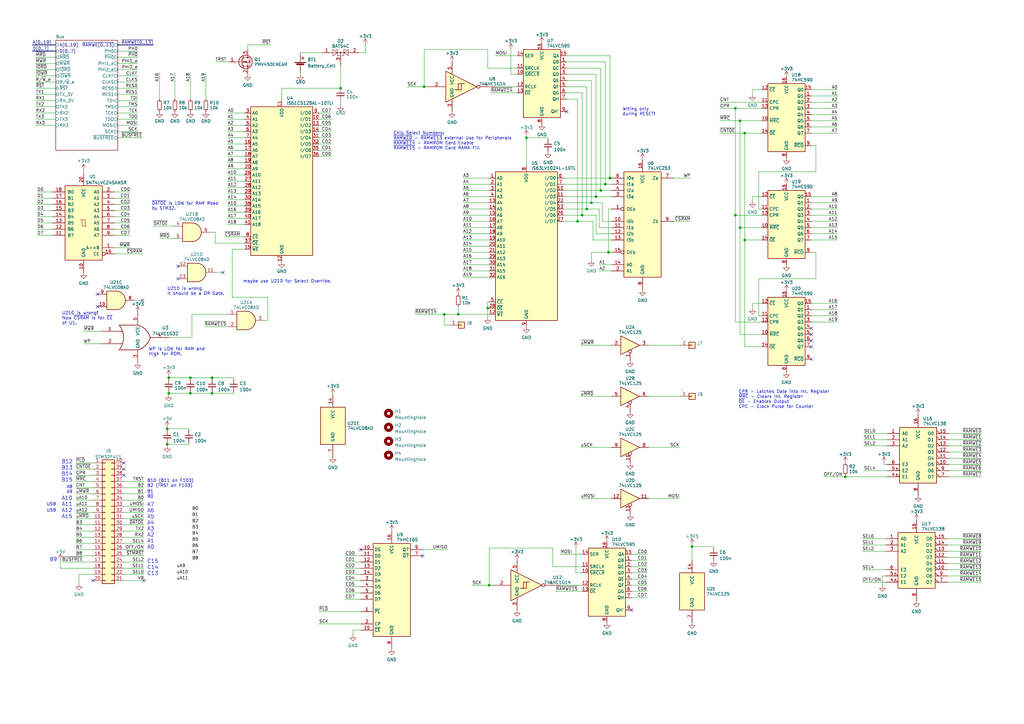
<source format=kicad_sch>
(kicad_sch (version 20230121) (generator eeschema)
  (paper "A3")
  (title_block (title "Unicomp v2 - RAMROM Board") (date "2023-07-06") (rev "v1.3") (company "100% Offner") (comment 1 "v1: Initial") (comment 2 "v1.1: ~{uMWR} from A12 to A9 of STM32 bec. USB") (comment 3 "v1.2: WP doesnt work, changed to OR-Gate U3.") (comment 4 "v1.3: U21C wrong, ~{CSRAM} directly to U1"))
  (junction (at 78.105 154.94))
  (junction (at 303.53 49.53))
  (junction (at 250.19 73.025))
  (junction (at 301.625 44.45))
  (junction (at 86.995 161.29))
  (junction (at 215.9 56.515))
  (junction (at 283.845 224.155))
  (junction (at 301.625 88.265))
  (junction (at 303.53 93.345))
  (junction (at 248.285 75.565))
  (junction (at 249.555 103.505))
  (junction (at 305.435 54.61))
  (junction (at 246.38 78.105))
  (junction (at 69.215 161.29))
  (junction (at 182.245 128.905))
  (junction (at 240.665 85.725))
  (junction (at 238.76 88.265))
  (junction (at 68.58 175.895))
  (junction (at 242.57 83.185))
  (junction (at 86.995 154.94))
  (junction (at 200.025 126.365))
  (junction (at 139.7 36.195))
  (junction (at 78.105 161.29))
  (junction (at 236.855 90.805))
  (junction (at 305.435 98.425))
  (junction (at 244.475 80.645))
  (junction (at 346.71 195.58))
  (junction (at 68.58 182.245))
  (junction (at 69.215 154.94))
  (junction (at 200.66 240.03))
  (junction (at 173.99 35.56))
  (junction (at 187.96 128.905))
  (no_connect (at 50.8 192.405))
  (no_connect (at 50.8 194.945))
  (no_connect (at 332.74 147.32))
  (no_connect (at 332.74 134.62))
  (no_connect (at 147.955 225.425))
  (no_connect (at 332.74 137.16))
  (no_connect (at 73.025 109.22))
  (no_connect (at 173.355 227.965))
  (no_connect (at 332.74 142.24))
  (no_connect (at 332.74 139.7))
  (no_connect (at 259.08 250.19))
  (no_connect (at 40.005 120.65))
  (no_connect (at 50.8 189.865))
  (no_connect (at 91.44 111.76))
  (no_connect (at 73.025 114.3))
  (no_connect (at 40.005 125.73))
  (no_connect (at 58.42 123.19))
  (no_connect (at 38.1 238.125))
  (no_connect (at 232.41 45.72))
  (no_connect (at 59.055 238.125))
  (wire (pts (xy 209.55 20.32) (xy 209.55 30.48)))
  (wire (pts (xy 92.075 97.155) (xy 100.33 97.155)))
  (wire (pts (xy 231.14 73.025) (xy 250.19 73.025)))
  (wire (pts (xy 69.215 138.43) (xy 78.74 138.43)))
  (wire (pts (xy 149.86 18.415) (xy 149.86 21.59)))
  (wire (pts (xy 95.885 154.94) (xy 95.885 155.575)))
  (wire (pts (xy 15.24 83.82) (xy 21.59 83.82)))
  (wire (pts (xy 147.955 245.745) (xy 141.605 245.745)))
  (wire (pts (xy 77.47 175.895) (xy 77.47 176.53)))
  (wire (pts (xy 88.265 95.25) (xy 88.265 99.695)))
  (wire (pts (xy 14.605 31.115) (xy 22.86 31.115)))
  (wire (pts (xy 147.955 233.045) (xy 141.605 233.045)))
  (wire (pts (xy 362.585 189.865) (xy 362.585 190.5)))
  (wire (pts (xy 389.255 185.42) (xy 402.59 185.42)))
  (wire (pts (xy 48.26 43.815) (xy 56.515 43.815)))
  (bus (pts (xy 48.26 18.415) (xy 62.865 18.415)))
  (wire (pts (xy 130.81 48.895) (xy 135.89 48.895)))
  (wire (pts (xy 93.345 81.915) (xy 100.33 81.915)))
  (wire (pts (xy 144.78 258.445) (xy 144.78 260.35)))
  (wire (pts (xy 311.15 70.485) (xy 311.15 85.725)))
  (wire (pts (xy 389.255 195.58) (xy 402.59 195.58)))
  (wire (pts (xy 31.115 225.425) (xy 38.1 225.425)))
  (wire (pts (xy 189.865 78.105) (xy 200.66 78.105)))
  (wire (pts (xy 93.345 51.435) (xy 100.33 51.435)))
  (wire (pts (xy 215.9 56.515) (xy 215.9 67.945)))
  (wire (pts (xy 231.14 83.185) (xy 242.57 83.185)))
  (wire (pts (xy 15.24 88.9) (xy 21.59 88.9)))
  (wire (pts (xy 69.215 161.29) (xy 69.215 160.655)))
  (wire (pts (xy 182.245 128.905) (xy 187.96 128.905)))
  (wire (pts (xy 250.825 93.345) (xy 245.745 93.345)))
  (wire (pts (xy 353.695 238.76) (xy 363.22 238.76)))
  (wire (pts (xy 276.225 90.805) (xy 283.21 90.805)))
  (wire (pts (xy 244.475 88.265) (xy 244.475 95.885)))
  (wire (pts (xy 31.115 227.965) (xy 38.1 227.965)))
  (wire (pts (xy 139.7 41.275) (xy 139.7 43.18)))
  (wire (pts (xy 250.825 90.805) (xy 247.015 90.805)))
  (wire (pts (xy 334.645 59.69) (xy 334.645 70.485)))
  (wire (pts (xy 115.57 36.195) (xy 139.7 36.195)))
  (wire (pts (xy 65.405 97.79) (xy 71.12 97.79)))
  (wire (pts (xy 332.74 46.99) (xy 343.535 46.99)))
  (wire (pts (xy 189.865 73.025) (xy 200.66 73.025)))
  (wire (pts (xy 303.53 93.345) (xy 312.42 93.345)))
  (wire (pts (xy 93.345 71.755) (xy 100.33 71.755)))
  (wire (pts (xy 250.825 85.725) (xy 249.555 85.725)))
  (wire (pts (xy 71.755 29.845) (xy 71.755 40.64)))
  (wire (pts (xy 46.99 86.36) (xy 53.34 86.36)))
  (wire (pts (xy 308.61 124.46) (xy 312.42 124.46)))
  (wire (pts (xy 250.19 22.86) (xy 250.19 73.025)))
  (wire (pts (xy 95.25 102.235) (xy 95.25 121.92)))
  (wire (pts (xy 229.87 227.33) (xy 238.76 227.33)))
  (wire (pts (xy 295.275 54.61) (xy 305.435 54.61)))
  (wire (pts (xy 46.99 104.14) (xy 58.42 104.14)))
  (wire (pts (xy 50.8 230.505) (xy 59.055 230.505)))
  (wire (pts (xy 389.255 187.96) (xy 402.59 187.96)))
  (wire (pts (xy 48.26 36.195) (xy 56.515 36.195)))
  (wire (pts (xy 68.58 182.88) (xy 68.58 182.245)))
  (wire (pts (xy 388.62 231.14) (xy 402.59 231.14)))
  (wire (pts (xy 201.93 240.03) (xy 200.66 240.03)))
  (wire (pts (xy 68.58 182.245) (xy 77.47 182.245)))
  (wire (pts (xy 32.385 235.585) (xy 32.385 239.395)))
  (wire (pts (xy 246.38 78.105) (xy 250.825 78.105)))
  (wire (pts (xy 147.955 235.585) (xy 141.605 235.585)))
  (wire (pts (xy 232.41 35.56) (xy 240.665 35.56)))
  (wire (pts (xy 93.345 86.995) (xy 100.33 86.995)))
  (wire (pts (xy 55.245 123.19) (xy 58.42 123.19)))
  (wire (pts (xy 46.99 96.52) (xy 53.34 96.52)))
  (wire (pts (xy 231.14 75.565) (xy 248.285 75.565)))
  (wire (pts (xy 31.115 220.345) (xy 38.1 220.345)))
  (wire (pts (xy 311.15 129.54) (xy 312.42 129.54)))
  (wire (pts (xy 69.215 154.94) (xy 78.105 154.94)))
  (wire (pts (xy 173.99 20.32) (xy 173.99 35.56)))
  (wire (pts (xy 46.99 83.82) (xy 53.34 83.82)))
  (wire (pts (xy 48.26 20.955) (xy 56.515 20.955)))
  (wire (pts (xy 78.74 128.905) (xy 93.345 128.905)))
  (wire (pts (xy 332.74 85.725) (xy 343.535 85.725)))
  (wire (pts (xy 201.295 38.1) (xy 212.09 38.1)))
  (wire (pts (xy 250.825 98.425) (xy 243.205 98.425)))
  (wire (pts (xy 48.26 28.575) (xy 56.515 28.575)))
  (wire (pts (xy 250.19 73.025) (xy 250.825 73.025)))
  (wire (pts (xy 231.14 78.105) (xy 246.38 78.105)))
  (wire (pts (xy 238.76 88.265) (xy 244.475 88.265)))
  (wire (pts (xy 93.345 69.215) (xy 100.33 69.215)))
  (wire (pts (xy 147.955 240.665) (xy 141.605 240.665)))
  (wire (pts (xy 248.285 75.565) (xy 250.825 75.565)))
  (wire (pts (xy 308.61 36.83) (xy 312.42 36.83)))
  (wire (pts (xy 301.625 44.45) (xy 312.42 44.45)))
  (wire (pts (xy 115.57 41.275) (xy 115.57 36.195)))
  (wire (pts (xy 311.15 85.725) (xy 312.42 85.725)))
  (wire (pts (xy 14.605 46.355) (xy 22.86 46.355)))
  (wire (pts (xy 189.865 75.565) (xy 200.66 75.565)))
  (wire (pts (xy 69.215 161.29) (xy 78.105 161.29)))
  (wire (pts (xy 353.695 226.06) (xy 363.22 226.06)))
  (wire (pts (xy 259.08 234.95) (xy 265.43 234.95)))
  (wire (pts (xy 50.8 212.725) (xy 59.055 212.725)))
  (wire (pts (xy 200.025 20.32) (xy 173.99 20.32)))
  (wire (pts (xy 332.74 41.91) (xy 343.535 41.91)))
  (wire (pts (xy 31.115 207.645) (xy 38.1 207.645)))
  (wire (pts (xy 388.62 220.98) (xy 402.59 220.98)))
  (wire (pts (xy 50.8 217.805) (xy 59.055 217.805)))
  (wire (pts (xy 48.26 51.435) (xy 56.515 51.435)))
  (wire (pts (xy 109.855 121.92) (xy 109.855 131.445)))
  (wire (pts (xy 308.61 80.645) (xy 312.42 80.645)))
  (wire (pts (xy 259.08 237.49) (xy 265.43 237.49)))
  (wire (pts (xy 50.8 205.105) (xy 59.055 205.105)))
  (wire (pts (xy 189.865 83.185) (xy 200.66 83.185)))
  (wire (pts (xy 31.115 200.025) (xy 38.1 200.025)))
  (wire (pts (xy 193.675 240.03) (xy 200.66 240.03)))
  (wire (pts (xy 295.275 41.91) (xy 312.42 41.91)))
  (wire (pts (xy 303.53 49.53) (xy 312.42 49.53)))
  (wire (pts (xy 86.995 154.94) (xy 86.995 155.575)))
  (wire (pts (xy 123.19 21.59) (xy 132.08 21.59)))
  (wire (pts (xy 231.14 88.265) (xy 238.76 88.265)))
  (wire (pts (xy 130.81 46.355) (xy 135.89 46.355)))
  (wire (pts (xy 361.95 236.22) (xy 361.95 240.03)))
  (wire (pts (xy 46.99 81.28) (xy 53.34 81.28)))
  (wire (pts (xy 88.265 111.76) (xy 91.44 111.76)))
  (wire (pts (xy 332.74 129.54) (xy 343.535 129.54)))
  (wire (pts (xy 229.87 240.03) (xy 238.76 240.03)))
  (wire (pts (xy 14.605 41.275) (xy 22.86 41.275)))
  (wire (pts (xy 69.215 154.305) (xy 69.215 154.94)))
  (wire (pts (xy 295.275 49.53) (xy 303.53 49.53)))
  (wire (pts (xy 130.81 64.135) (xy 135.89 64.135)))
  (wire (pts (xy 15.24 96.52) (xy 21.59 96.52)))
  (wire (pts (xy 236.855 90.805) (xy 243.205 90.805)))
  (wire (pts (xy 101.6 20.32) (xy 101.6 18.415)))
  (wire (pts (xy 101.6 18.415) (xy 111.125 18.415)))
  (wire (pts (xy 303.53 93.345) (xy 303.53 137.16)))
  (wire (pts (xy 189.865 88.265) (xy 200.66 88.265)))
  (wire (pts (xy 50.8 200.025) (xy 59.055 200.025)))
  (wire (pts (xy 50.8 207.645) (xy 59.055 207.645)))
  (wire (pts (xy 189.865 100.965) (xy 200.66 100.965)))
  (wire (pts (xy 301.625 132.08) (xy 312.42 132.08)))
  (wire (pts (xy 14.605 51.435) (xy 22.86 51.435)))
  (wire (pts (xy 388.62 228.6) (xy 402.59 228.6)))
  (wire (pts (xy 65.405 29.845) (xy 65.405 40.64)))
  (wire (pts (xy 301.625 88.265) (xy 301.625 132.08)))
  (wire (pts (xy 353.695 220.98) (xy 363.22 220.98)))
  (wire (pts (xy 189.865 95.885) (xy 200.66 95.885)))
  (wire (pts (xy 130.81 61.595) (xy 135.89 61.595)))
  (wire (pts (xy 68.58 175.26) (xy 68.58 175.895)))
  (wire (pts (xy 200.66 224.79) (xy 200.66 240.03)))
  (wire (pts (xy 353.695 223.52) (xy 363.22 223.52)))
  (wire (pts (xy 50.8 238.125) (xy 59.055 238.125)))
  (wire (pts (xy 130.81 53.975) (xy 135.89 53.975)))
  (wire (pts (xy 238.76 38.1) (xy 238.76 88.265)))
  (wire (pts (xy 86.995 160.655) (xy 86.995 161.29)))
  (wire (pts (xy 84.455 29.845) (xy 84.455 40.64)))
  (wire (pts (xy 130.81 56.515) (xy 135.89 56.515)))
  (wire (pts (xy 332.74 127) (xy 343.535 127)))
  (wire (pts (xy 245.745 93.345) (xy 245.745 85.725)))
  (wire (pts (xy 215.9 55.88) (xy 215.9 56.515)))
  (wire (pts (xy 93.345 66.675) (xy 100.33 66.675)))
  (wire (pts (xy 189.865 113.665) (xy 200.66 113.665)))
  (wire (pts (xy 249.555 85.725) (xy 249.555 103.505)))
  (wire (pts (xy 130.81 255.905) (xy 147.955 255.905)))
  (wire (pts (xy 93.345 46.355) (xy 100.33 46.355)))
  (wire (pts (xy 332.74 93.345) (xy 343.535 93.345)))
  (wire (pts (xy 189.865 111.125) (xy 200.66 111.125)))
  (wire (pts (xy 305.435 54.61) (xy 305.435 98.425)))
  (wire (pts (xy 31.115 210.185) (xy 38.1 210.185)))
  (wire (pts (xy 189.865 98.425) (xy 200.66 98.425)))
  (wire (pts (xy 14.605 33.655) (xy 22.86 33.655)))
  (wire (pts (xy 130.81 51.435) (xy 135.89 51.435)))
  (wire (pts (xy 31.115 194.945) (xy 38.1 194.945)))
  (wire (pts (xy 250.825 183.515) (xy 238.125 183.515)))
  (wire (pts (xy 83.82 133.985) (xy 93.345 133.985)))
  (wire (pts (xy 48.26 26.035) (xy 56.515 26.035)))
  (wire (pts (xy 243.205 98.425) (xy 243.205 90.805)))
  (wire (pts (xy 50.8 227.965) (xy 59.055 227.965)))
  (wire (pts (xy 78.105 160.655) (xy 78.105 161.29)))
  (wire (pts (xy 266.065 204.47) (xy 278.765 204.47)))
  (wire (pts (xy 175.26 35.56) (xy 173.99 35.56)))
  (wire (pts (xy 354.33 182.88) (xy 363.855 182.88)))
  (bus (pts (xy 22.86 18.415) (xy 13.335 18.415)))
  (wire (pts (xy 31.115 212.725) (xy 38.1 212.725)))
  (wire (pts (xy 93.345 79.375) (xy 100.33 79.375)))
  (wire (pts (xy 50.8 202.565) (xy 59.055 202.565)))
  (wire (pts (xy 31.115 202.565) (xy 38.1 202.565)))
  (wire (pts (xy 200.025 126.365) (xy 200.025 130.175)))
  (wire (pts (xy 332.74 36.83) (xy 343.535 36.83)))
  (wire (pts (xy 31.115 215.265) (xy 38.1 215.265)))
  (wire (pts (xy 15.24 93.98) (xy 21.59 93.98)))
  (wire (pts (xy 248.285 25.4) (xy 248.285 75.565)))
  (wire (pts (xy 78.105 154.94) (xy 78.105 155.575)))
  (wire (pts (xy 332.74 88.265) (xy 343.535 88.265)))
  (wire (pts (xy 31.115 217.805) (xy 38.1 217.805)))
  (wire (pts (xy 242.57 83.185) (xy 247.015 83.185)))
  (wire (pts (xy 24.765 229.87) (xy 24.765 233.045)))
  (wire (pts (xy 295.275 44.45) (xy 301.625 44.45)))
  (wire (pts (xy 232.41 40.64) (xy 236.855 40.64)))
  (wire (pts (xy 93.345 74.295) (xy 100.33 74.295)))
  (wire (pts (xy 50.8 222.885) (xy 59.055 222.885)))
  (wire (pts (xy 332.74 95.885) (xy 343.535 95.885)))
  (wire (pts (xy 236.855 40.64) (xy 236.855 90.805)))
  (wire (pts (xy 25.4 230.505) (xy 38.1 230.505)))
  (wire (pts (xy 189.865 93.345) (xy 200.66 93.345)))
  (wire (pts (xy 69.215 161.925) (xy 69.215 161.29)))
  (wire (pts (xy 15.24 81.28) (xy 21.59 81.28)))
  (wire (pts (xy 48.26 48.895) (xy 56.515 48.895)))
  (wire (pts (xy 93.345 56.515) (xy 100.33 56.515)))
  (wire (pts (xy 34.29 135.89) (xy 41.275 135.89)))
  (wire (pts (xy 31.115 189.865) (xy 38.1 189.865)))
  (wire (pts (xy 226.695 224.79) (xy 226.695 232.41)))
  (wire (pts (xy 334.645 103.505) (xy 334.645 114.3)))
  (wire (pts (xy 15.24 78.74) (xy 21.59 78.74)))
  (wire (pts (xy 48.26 33.655) (xy 56.515 33.655)))
  (wire (pts (xy 123.19 30.48) (xy 123.19 29.845)))
  (wire (pts (xy 388.62 223.52) (xy 402.59 223.52)))
  (wire (pts (xy 31.115 197.485) (xy 38.1 197.485)))
  (wire (pts (xy 232.41 38.1) (xy 238.76 38.1)))
  (wire (pts (xy 236.22 234.95) (xy 238.76 234.95)))
  (wire (pts (xy 53.34 101.6) (xy 46.99 101.6)))
  (wire (pts (xy 46.99 88.9) (xy 53.34 88.9)))
  (wire (pts (xy 232.41 30.48) (xy 244.475 30.48)))
  (wire (pts (xy 249.555 103.505) (xy 250.825 103.505)))
  (wire (pts (xy 303.53 137.16) (xy 312.42 137.16)))
  (wire (pts (xy 93.345 61.595) (xy 100.33 61.595)))
  (wire (pts (xy 238.125 162.56) (xy 250.825 162.56)))
  (wire (pts (xy 244.475 95.885) (xy 250.825 95.885)))
  (wire (pts (xy 283.845 224.155) (xy 292.735 224.155)))
  (wire (pts (xy 363.855 190.5) (xy 362.585 190.5)))
  (wire (pts (xy 334.645 114.3) (xy 311.15 114.3)))
  (wire (pts (xy 95.25 102.235) (xy 100.33 102.235)))
  (wire (pts (xy 50.8 235.585) (xy 59.055 235.585)))
  (wire (pts (xy 305.435 54.61) (xy 312.42 54.61)))
  (wire (pts (xy 389.255 190.5) (xy 402.59 190.5)))
  (wire (pts (xy 242.57 103.505) (xy 249.555 103.505)))
  (wire (pts (xy 14.605 36.195) (xy 22.86 36.195)))
  (wire (pts (xy 93.345 64.135) (xy 100.33 64.135)))
  (wire (pts (xy 170.18 128.905) (xy 182.245 128.905)))
  (wire (pts (xy 184.15 133.35) (xy 182.245 133.35)))
  (wire (pts (xy 226.695 232.41) (xy 238.76 232.41)))
  (wire (pts (xy 88.265 25.4) (xy 93.98 25.4)))
  (wire (pts (xy 388.62 236.22) (xy 402.59 236.22)))
  (wire (pts (xy 305.435 98.425) (xy 312.42 98.425)))
  (wire (pts (xy 93.345 89.535) (xy 100.33 89.535)))
  (wire (pts (xy 48.26 41.275) (xy 56.515 41.275)))
  (wire (pts (xy 200.025 27.94) (xy 212.09 27.94)))
  (wire (pts (xy 332.74 124.46) (xy 343.535 124.46)))
  (wire (pts (xy 242.57 103.505) (xy 242.57 106.68)))
  (wire (pts (xy 189.865 103.505) (xy 200.66 103.505)))
  (wire (pts (xy 303.53 49.53) (xy 303.53 93.345)))
  (wire (pts (xy 139.7 26.67) (xy 139.7 36.195)))
  (wire (pts (xy 200.025 20.32) (xy 200.025 27.94)))
  (wire (pts (xy 346.71 194.945) (xy 346.71 195.58)))
  (wire (pts (xy 245.745 108.585) (xy 250.825 108.585)))
  (wire (pts (xy 305.435 98.425) (xy 305.435 142.24)))
  (wire (pts (xy 34.29 69.85) (xy 34.29 71.12)))
  (wire (pts (xy 240.665 35.56) (xy 240.665 85.725)))
  (wire (pts (xy 189.865 106.045) (xy 200.66 106.045)))
  (wire (pts (xy 78.105 29.845) (xy 78.105 40.64)))
  (wire (pts (xy 78.105 154.94) (xy 86.995 154.94)))
  (wire (pts (xy 77.47 181.61) (xy 77.47 182.245)))
  (wire (pts (xy 48.26 53.975) (xy 56.515 53.975)))
  (wire (pts (xy 259.08 245.11) (xy 265.43 245.11)))
  (wire (pts (xy 259.08 229.87) (xy 265.43 229.87)))
  (wire (pts (xy 130.81 250.825) (xy 147.955 250.825)))
  (wire (pts (xy 50.8 225.425) (xy 59.055 225.425)))
  (wire (pts (xy 48.26 56.515) (xy 58.42 56.515)))
  (wire (pts (xy 354.33 177.8) (xy 363.855 177.8)))
  (wire (pts (xy 389.255 182.88) (xy 402.59 182.88)))
  (wire (pts (xy 14.605 28.575) (xy 22.86 28.575)))
  (wire (pts (xy 50.8 210.185) (xy 59.055 210.185)))
  (wire (pts (xy 50.8 215.265) (xy 59.055 215.265)))
  (wire (pts (xy 227.965 242.57) (xy 238.76 242.57)))
  (wire (pts (xy 276.225 73.025) (xy 283.21 73.025)))
  (wire (pts (xy 301.625 44.45) (xy 301.625 88.265)))
  (wire (pts (xy 93.345 59.055) (xy 100.33 59.055)))
  (wire (pts (xy 173.355 225.425) (xy 183.515 225.425)))
  (wire (pts (xy 346.71 195.58) (xy 363.855 195.58)))
  (wire (pts (xy 244.475 30.48) (xy 244.475 80.645)))
  (wire (pts (xy 231.14 80.645) (xy 244.475 80.645)))
  (wire (pts (xy 147.955 243.205) (xy 141.605 243.205)))
  (wire (pts (xy 332.74 59.69) (xy 334.645 59.69)))
  (wire (pts (xy 93.345 76.835) (xy 100.33 76.835)))
  (wire (pts (xy 48.26 38.735) (xy 56.515 38.735)))
  (wire (pts (xy 14.605 43.815) (xy 22.86 43.815)))
  (wire (pts (xy 203.2 22.86) (xy 212.09 22.86)))
  (wire (pts (xy 332.74 52.07) (xy 343.535 52.07)))
  (wire (pts (xy 247.015 90.805) (xy 247.015 83.185)))
  (wire (pts (xy 224.79 56.515) (xy 224.79 57.15)))
  (wire (pts (xy 14.605 38.735) (xy 22.86 38.735)))
  (wire (pts (xy 250.825 141.605) (xy 238.125 141.605)))
  (wire (pts (xy 95.25 121.92) (xy 109.855 121.92)))
  (wire (pts (xy 361.95 236.22) (xy 363.22 236.22)))
  (wire (pts (xy 68.58 175.895) (xy 68.58 176.53)))
  (wire (pts (xy 308.61 80.645) (xy 308.61 82.55)))
  (wire (pts (xy 46.99 78.74) (xy 53.34 78.74)))
  (wire (pts (xy 14.605 23.495) (xy 22.86 23.495)))
  (wire (pts (xy 332.74 80.645) (xy 343.535 80.645)))
  (wire (pts (xy 266.065 183.515) (xy 278.765 183.515)))
  (wire (pts (xy 14.605 26.035) (xy 22.86 26.035)))
  (wire (pts (xy 123.19 21.59) (xy 123.19 22.225)))
  (wire (pts (xy 301.625 88.265) (xy 312.42 88.265)))
  (wire (pts (xy 278.765 141.605) (xy 266.065 141.605)))
  (wire (pts (xy 109.855 131.445) (xy 108.585 131.445)))
  (wire (pts (xy 389.255 180.34) (xy 402.59 180.34)))
  (wire (pts (xy 189.865 85.725) (xy 200.66 85.725)))
  (wire (pts (xy 259.08 232.41) (xy 265.43 232.41)))
  (wire (pts (xy 86.995 154.94) (xy 95.885 154.94)))
  (wire (pts (xy 41.275 140.97) (xy 34.29 140.97)))
  (wire (pts (xy 200.025 126.365) (xy 200.66 126.365)))
  (wire (pts (xy 354.33 193.04) (xy 363.855 193.04)))
  (wire (pts (xy 266.065 162.56) (xy 278.765 162.56)))
  (wire (pts (xy 93.345 92.075) (xy 100.33 92.075)))
  (wire (pts (xy 189.865 108.585) (xy 200.66 108.585)))
  (wire (pts (xy 259.08 242.57) (xy 265.43 242.57)))
  (wire (pts (xy 147.955 230.505) (xy 141.605 230.505)))
  (wire (pts (xy 238.125 204.47) (xy 250.825 204.47)))
  (wire (pts (xy 308.61 36.83) (xy 308.61 38.735)))
  (wire (pts (xy 15.24 86.36) (xy 21.59 86.36)))
  (wire (pts (xy 93.345 53.975) (xy 100.33 53.975)))
  (wire (pts (xy 31.115 222.885) (xy 38.1 222.885)))
  (wire (pts (xy 147.955 238.125) (xy 141.605 238.125)))
  (wire (pts (xy 50.8 233.045) (xy 59.055 233.045)))
  (wire (pts (xy 149.86 21.59) (xy 147.32 21.59)))
  (wire (pts (xy 226.695 224.79) (xy 200.66 224.79)))
  (wire (pts (xy 236.22 224.79) (xy 236.22 234.95)))
  (wire (pts (xy 189.865 90.805) (xy 200.66 90.805)))
  (wire (pts (xy 200.025 123.825) (xy 200.025 126.365)))
  (wire (pts (xy 283.845 223.52) (xy 283.845 224.155)))
  (wire (pts (xy 308.61 124.46) (xy 308.61 126.365)))
  (wire (pts (xy 332.74 98.425) (xy 343.535 98.425)))
  (wire (pts (xy 86.36 95.25) (xy 88.265 95.25)))
  (wire (pts (xy 62.865 92.71) (xy 71.12 92.71)))
  (wire (pts (xy 334.645 70.485) (xy 311.15 70.485)))
  (wire (pts (xy 95.885 160.655) (xy 95.885 161.29)))
  (wire (pts (xy 332.74 54.61) (xy 343.535 54.61)))
  (wire (pts (xy 86.995 161.29) (xy 95.885 161.29)))
  (wire (pts (xy 46.99 93.98) (xy 53.34 93.98)))
  (wire (pts (xy 189.865 80.645) (xy 200.66 80.645)))
  (wire (pts (xy 31.115 192.405) (xy 38.1 192.405)))
  (wire (pts (xy 231.14 90.805) (xy 236.855 90.805)))
  (wire (pts (xy 245.745 111.125) (xy 250.825 111.125)))
  (wire (pts (xy 50.8 220.345) (xy 59.055 220.345)))
  (wire (pts (xy 78.105 161.29) (xy 86.995 161.29)))
  (wire (pts (xy 93.345 48.895) (xy 100.33 48.895)))
  (wire (pts (xy 311.15 114.3) (xy 311.15 129.54)))
  (wire (pts (xy 209.55 30.48) (xy 212.09 30.48)))
  (wire (pts (xy 50.8 197.485) (xy 59.055 197.485)))
  (wire (pts (xy 389.255 177.8) (xy 402.59 177.8)))
  (wire (pts (xy 187.96 125.73) (xy 187.96 128.905)))
  (wire (pts (xy 46.99 91.44) (xy 53.34 91.44)))
  (wire (pts (xy 48.26 23.495) (xy 56.515 23.495)))
  (wire (pts (xy 32.385 235.585) (xy 38.1 235.585)))
  (wire (pts (xy 354.33 180.34) (xy 363.855 180.34)))
  (wire (pts (xy 259.08 227.33) (xy 265.43 227.33)))
  (bus (pts (xy 22.86 20.955) (xy 13.335 20.955)))
  (wire (pts (xy 182.245 133.35) (xy 182.245 128.905)))
  (wire (pts (xy 187.96 128.905) (xy 200.66 128.905)))
  (wire (pts (xy 283.845 224.155) (xy 283.845 229.87)))
  (wire (pts (xy 244.475 80.645) (xy 250.825 80.645)))
  (wire (pts (xy 389.255 193.04) (xy 402.59 193.04)))
  (wire (pts (xy 232.41 27.94) (xy 246.38 27.94)))
  (wire (pts (xy 292.735 224.155) (xy 292.735 224.79)))
  (wire (pts (xy 15.24 91.44) (xy 21.59 91.44)))
  (wire (pts (xy 332.74 44.45) (xy 343.535 44.45)))
  (wire (pts (xy 78.74 138.43) (xy 78.74 128.905)))
  (wire (pts (xy 332.74 83.185) (xy 343.535 83.185)))
  (wire (pts (xy 332.74 132.08) (xy 343.535 132.08)))
  (wire (pts (xy 215.9 56.515) (xy 224.79 56.515)))
  (wire (pts (xy 48.26 46.355) (xy 56.515 46.355)))
  (wire (pts (xy 242.57 33.02) (xy 242.57 83.185)))
  (wire (pts (xy 48.26 31.115) (xy 56.515 31.115)))
  (wire (pts (xy 332.74 39.37) (xy 343.535 39.37)))
  (wire (pts (xy 259.08 240.03) (xy 265.43 240.03)))
  (wire (pts (xy 332.74 103.505) (xy 334.645 103.505)))
  (wire (pts (xy 68.58 182.245) (xy 68.58 181.61)))
  (wire (pts (xy 31.115 205.105) (xy 38.1 205.105)))
  (wire (pts (xy 246.38 27.94) (xy 246.38 78.105)))
  (wire (pts (xy 332.74 49.53) (xy 343.535 49.53)))
  (wire (pts (xy 240.665 85.725) (xy 245.745 85.725)))
  (wire (pts (xy 231.14 85.725) (xy 240.665 85.725)))
  (wire (pts (xy 388.62 238.76) (xy 402.59 238.76)))
  (wire (pts (xy 68.58 175.895) (xy 77.47 175.895)))
  (wire (pts (xy 147.955 258.445) (xy 144.78 258.445)))
  (wire (pts (xy 388.62 226.06) (xy 402.59 226.06)))
  (wire (pts (xy 332.74 90.805) (xy 343.535 90.805)))
  (wire (pts (xy 93.345 84.455) (xy 100.33 84.455)))
  (wire (pts (xy 232.41 33.02) (xy 242.57 33.02)))
  (wire (pts (xy 232.41 25.4) (xy 248.285 25.4)))
  (wire (pts (xy 24.765 233.045) (xy 38.1 233.045)))
  (wire (pts (xy 167.005 35.56) (xy 173.99 35.56)))
  (wire (pts (xy 14.605 48.895) (xy 22.86 48.895)))
  (wire (pts (xy 147.955 227.965) (xy 141.605 227.965)))
  (wire (pts (xy 88.265 99.695) (xy 100.33 99.695)))
  (wire (pts (xy 232.41 22.86) (xy 250.19 22.86)))
  (wire (pts (xy 337.82 195.58) (xy 346.71 195.58)))
  (wire (pts (xy 388.62 233.68) (xy 402.59 233.68)))
  (wire (pts (xy 203.2 35.56) (xy 212.09 35.56)))
  (wire (pts (xy 353.695 233.68) (xy 363.22 233.68)))
  (wire (pts (xy 305.435 142.24) (xy 312.42 142.24)))
  (wire (pts (xy 130.81 59.055) (xy 135.89 59.055)))
  (wire (pts (xy 200.025 123.825) (xy 200.66 123.825)))
  (wire (pts (xy 69.215 154.94) (xy 69.215 155.575)))
  (text "USB" (at 19.05 210.185 0) (effects (font (size 1.27 1.27)) (justify left bottom)))
  (text "B1\nB0" (at 60.325 204.47 0) (effects (font (size 1.27 1.27)) (justify left bottom)))
  (text "U21C is wrong!\nNow ~{CSRAM} is for ~{CE}\nof U1." (at 25.4 133.35 0) (effects (font (size 1.27 1.27)) (justify left bottom)))
  (text "A10\nA11\nA12\nA15" (at 29.718 212.852 0) (effects (font (size 1.55 1.55)) (justify right bottom)))
  (text "U21D is wrong,\nit should be a OR Gate." (at 68.58 121.285 0) (effects (font (size 1.27 1.27)) (justify left bottom)))
  (text "CPR - Latches Date into int. Register\n~{MRC} - Clears int. Register\n~{OE} - Enables Output\nCPC - Clock Pulse for Counter" (at 302.895 167.64 0) (effects (font (size 1.27 1.27)) (justify left bottom)))
  (text "Wrting only\nduring RESET!" (at 255.27 47.625 0) (effects (font (size 1.27 1.27)) (justify left bottom)))
  (text "WP is LOW for RAM and\nHigh for ROM." (at 60.96 146.05 0) (effects (font (size 1.27 1.27)) (justify left bottom)))
  (text "B9\n" (at 23.495 230.505 0) (effects (font (size 1.55 1.55)) (justify right bottom)))
  (text "A8\nA9" (at 27.305 202.565 0) (effects (font (size 1.27 1.27)) (justify left bottom)))
  (text "B10 (B11 on F103)\nB2 (TRST on F103)" (at 60.325 200.025 0) (effects (font (size 1.27 1.27)) (justify left bottom)))
  (text "~{DATOE} is LOW for RAM Read \nby STM32.\n" (at 62.23 86.36 0) (effects (font (size 1.27 1.27)) (justify left bottom)))
  (text "A7\nA6\nA5\nA4\nA3\nA2\nA1\nA0" (at 60.325 225.425 0) (effects (font (size 1.55 1.55)) (justify left bottom)))
  (text "maybe use U21D for Select Override." (at 99.695 116.205 0) (effects (font (size 1.27 1.27)) (justify left bottom)))
  (text "USB" (at 19.05 207.645 0) (effects (font (size 1.27 1.27)) (justify left bottom)))
  (text "B12\nB13\nB14\nB15" (at 25.146 197.866 0) (effects (font (size 1.55 1.55)) (justify left bottom)))
  (text "C15\nC14\nC13" (at 60.325 236.22 0) (effects (font (size 1.55 1.55)) (justify left bottom)))
  (text "Chip Select Numbers:\n~{RAMWE0} - ~{RAMWE13} external Use for Peripherals\n~{RAMWE14} - RAMROM Card Enable\n~{RAMWE15} - RAMROM Card RAMA Fill" (at 161.29 61.595 0) (effects (font (size 1.27 1.27)) (justify left bottom)))
  (label "CD5" (at 141.605 240.665 0))
  (label "~{RAMWE14}" (at 402.59 236.22 180))
  (label "~{IOWR}" (at 14.605 31.115 0))
  (label "A1" (at 343.535 39.37 180))
  (label "SEL0" (at 59.055 235.585 180))
  (label "A16" (at 65.405 29.845 270))
  (label "CD4" (at 265.43 237.49 180))
  (label "~{RAMWE5}" (at 402.59 190.5 180))
  (label "CD7" (at 135.89 46.355 180))
  (label "CD3" (at 135.89 56.515 180))
  (label "~{DATOE}" (at 59.055 215.265 180))
  (label "~{RAMWE0}" (at 402.59 177.8 180))
  (label "SEL4" (at 59.055 222.885 180))
  (label "~{uMRD}" (at 31.115 212.725 0))
  (label "B8" (at 31.115 227.965 0))
  (label "~{MRC}" (at 31.115 197.485 0))
  (label "CD1" (at 141.605 230.505 0))
  (label "SEL2" (at 354.33 182.88 0))
  (label "CD2" (at 135.89 59.055 180))
  (label "~{RAMWE4}" (at 402.59 187.96 180))
  (label "uA9" (at 72.39 233.045 0))
  (label "SEL1" (at 354.33 180.34 0))
  (label "~{BUSFREE}" (at 25.4 230.505 0))
  (label "~{CNTOE}" (at 31.115 192.405 0))
  (label "A11" (at 343.535 88.265 180))
  (label "PHI2_e" (at 56.515 28.575 180))
  (label "A18" (at 343.535 129.54 180))
  (label "A14" (at 343.535 95.885 180))
  (label "A13" (at 343.535 93.345 180))
  (label "A10" (at 343.535 85.725 180))
  (label "CD3" (at 265.43 234.95 180))
  (label "A7" (at 343.535 54.61 180))
  (label "uA12" (at 31.115 210.185 0))
  (label "B2" (at 59.055 200.025 180))
  (label "B4" (at 78.74 219.71 0))
  (label "SCK" (at 130.81 255.905 0))
  (label "D3" (at 15.24 86.36 0))
  (label "A19" (at 343.535 132.08 180))
  (label "~{STMRST}" (at 59.055 227.965 180))
  (label "PH0" (at 56.515 20.955 180))
  (label "A1" (at 245.745 108.585 0))
  (label "A17" (at 93.345 89.535 0))
  (label "TX2" (at 14.605 43.815 0))
  (label "A4" (at 189.865 75.565 0))
  (label "A0" (at 93.345 46.355 0))
  (label "TX3" (at 14.605 48.895 0))
  (label "CLKS" (at 56.515 33.655 180))
  (label "CD1" (at 265.43 229.87 180))
  (label "UMISO" (at 59.055 210.185 180))
  (label "~{RAMWE15}" (at 402.59 238.76 180))
  (label "SCK" (at 56.515 53.975 180))
  (label "uA11" (at 72.39 238.125 0))
  (label "CD5" (at 265.43 240.03 180))
  (label "A13" (at 189.865 98.425 0))
  (label "~{MRD}" (at 65.405 97.79 0))
  (label "A17" (at 71.755 29.845 270))
  (label "A3" (at 343.535 44.45 180))
  (label "A0" (at 343.535 36.83 180))
  (label "CD6" (at 141.605 243.205 0))
  (label "RX2" (at 59.055 220.345 180))
  (label "A3" (at 189.865 73.025 0))
  (label "~{MRC}" (at 295.275 49.53 0))
  (label "uSCK" (at 59.055 212.725 180))
  (label "WP" (at 34.29 140.97 0))
  (label "A3" (at 93.345 53.975 0))
  (label "SEL2" (at 353.695 226.06 0))
  (label "uA10" (at 31.115 205.105 0))
  (label "CD0" (at 135.89 64.135 180))
  (label "A17" (at 189.865 108.585 0))
  (label "B5" (at 31.115 220.345 0))
  (label "TDI" (at 56.515 41.275 180))
  (label "~{RST}" (at 14.605 36.195 0))
  (label "~{DATOE}" (at 62.865 92.71 0))
  (label "R{slash}~{W}_e" (at 14.605 33.655 0))
  (label "~{PH0}" (at 56.515 23.495 180))
  (label "A9" (at 343.535 83.185 180))
  (label "A12" (at 93.345 76.835 0))
  (label "CLKF" (at 56.515 31.115 180))
  (label "A18" (at 93.345 92.075 0))
  (label "~{CSRAM}" (at 58.42 104.14 180))
  (label "~{PLD}" (at 31.115 189.865 0))
  (label "TRST" (at 59.055 197.485 180))
  (label "~{MWR}" (at 34.29 135.89 0))
  (label "CD2" (at 265.43 232.41 180))
  (label "CD7" (at 265.43 245.11 180))
  (label "D0" (at 15.24 78.74 0))
  (label "CPR" (at 31.115 194.945 0))
  (label "A14" (at 189.865 100.965 0))
  (label "B4" (at 31.115 217.805 0))
  (label "B2" (at 78.74 214.63 0))
  (label "B3" (at 78.74 217.17 0))
  (label "~{RAMWE1}" (at 402.59 180.34 180))
  (label "CD3" (at 141.605 235.585 0))
  (label "~{IORD}" (at 14.605 28.575 0))
  (label "A10" (at 189.865 90.805 0))
  (label "CD1" (at 53.34 81.28 180))
  (label "CD2" (at 53.34 83.82 180))
  (label "CD2" (at 141.605 233.045 0))
  (label "RX3" (at 14.605 51.435 0))
  (label "~{RAMWE11}" (at 402.59 228.6 180))
  (label "~{RAMWE7}" (at 402.59 195.58 180))
  (label "A11" (at 93.345 74.295 0))
  (label "~{RAMWE15}" (at 227.965 242.57 0))
  (label "uSCK" (at 238.125 183.515 0))
  (label "SCK" (at 167.005 35.56 0))
  (label "SCK" (at 193.675 240.03 0))
  (label "D7" (at 15.24 96.52 0))
  (label "RES1" (at 56.515 38.735 180))
  (label "A17" (at 343.535 127 180))
  (label "SEL2" (at 59.055 230.505 180))
  (label "A1" (at 93.345 48.895 0))
  (label "~{RAMWE9}" (at 402.59 223.52 180))
  (label "CD7" (at 53.34 96.52 180))
  (label "~{RAMWE2}" (at 402.59 182.88 180))
  (label "TDO" (at 56.515 48.895 180))
  (label "CD6" (at 265.43 242.57 180))
  (label "MOSI" (at 56.515 51.435 180))
  (label "A2" (at 93.345 51.435 0))
  (label "~{RST}" (at 111.125 18.415 180))
  (label "SEL1" (at 59.055 233.045 180))
  (label "D1" (at 15.24 81.28 0))
  (label "CPR" (at 295.275 44.45 0))
  (label "CD5" (at 135.89 51.435 180))
  (label "uA10" (at 72.39 235.585 0))
  (label "B6" (at 31.115 222.885 0))
  (label "~{RAMWE15}" (at 83.82 133.985 0))
  (label "B7" (at 78.74 227.33 0))
  (label "CNT" (at 295.275 41.91 0))
  (label "A4" (at 93.345 56.515 0))
  (label "A6" (at 189.865 80.645 0))
  (label "SCK" (at 278.765 183.515 180))
  (label "A7" (at 189.865 83.185 0))
  (label "RES0" (at 56.515 36.195 180))
  (label "A18" (at 78.105 29.845 270))
  (label "CD4" (at 141.605 238.125 0))
  (label "CD5" (at 53.34 91.44 180))
  (label "A12" (at 189.865 95.885 0))
  (label "D2" (at 15.24 83.82 0))
  (label "SEL4" (at 354.33 193.04 0))
  (label "A14" (at 93.345 81.915 0))
  (label "D6" (at 15.24 93.98 0))
  (label "A6" (at 93.345 61.595 0))
  (label "CD3" (at 53.34 86.36 180))
  (label "A5" (at 93.345 59.055 0))
  (label "TMS" (at 56.515 43.815 180))
  (label "D[0..7]" (at 13.335 20.955 0))
  (label "A5" (at 189.865 78.105 0))
  (label "RX1" (at 14.605 41.275 0))
  (label "A8" (at 343.535 80.645 180))
  (label "~{uMRD}" (at 238.125 162.56 0))
  (label "~{RAMWE14}" (at 170.18 128.905 0))
  (label "D4" (at 15.24 88.9 0))
  (label "~{MWR}" (at 14.605 26.035 0))
  (label "B8" (at 78.74 229.87 0))
  (label "~{RAMWE10}" (at 402.59 226.06 180))
  (label "MOSI" (at 229.87 227.33 0))
  (label "RX2" (at 14.605 46.355 0))
  (label "CD1" (at 135.89 61.595 180))
  (label "B3" (at 31.115 215.265 0))
  (label "B6" (at 78.74 224.79 0))
  (label "A19" (at 189.865 113.665 0))
  (label "B1" (at 78.74 212.09 0))
  (label "OFF{slash}ON" (at 353.695 238.76 0))
  (label "A8" (at 189.865 85.725 0))
  (label "A5" (at 343.535 49.53 180))
  (label "A8" (at 93.345 66.675 0))
  (label "TX1" (at 14.605 38.735 0))
  (label "VB" (at 59.055 238.125 180))
  (label "A16" (at 93.345 86.995 0))
  (label "A9" (at 189.865 88.265 0))
  (label "A9" (at 93.345 69.215 0))
  (label "B7" (at 31.115 225.425 0))
  (label "D5" (at 15.24 91.44 0))
  (label "~{PLD}" (at 130.81 250.825 0))
  (label "~{CSRAM}" (at 283.21 90.805 180))
  (label "SEL4" (at 353.695 233.68 0))
  (label "SEL0" (at 353.695 220.98 0))
  (label "A10" (at 93.345 71.755 0))
  (label "CD7" (at 141.605 245.745 0))
  (label "CNT" (at 31.115 200.025 0))
  (label "uMOSI" (at 59.055 207.645 180))
  (label "CD6" (at 135.89 48.895 180))
  (label "A2" (at 343.535 41.91 180))
  (label "~{BUSFREE}" (at 58.42 56.515 180))
  (label "A13" (at 93.345 79.375 0))
  (label "A18" (at 189.865 111.125 0))
  (label "~{CSRAM}" (at 92.075 97.155 0))
  (label "~{RAMWE6}" (at 402.59 193.04 180))
  (label "A16" (at 343.535 124.46 180))
  (label "A16" (at 189.865 106.045 0))
  (label "A4" (at 343.535 46.99 180))
  (label "A15" (at 93.345 84.455 0))
  (label "CD4" (at 135.89 53.975 180))
  (label "TRST" (at 88.265 25.4 0))
  (label "A12" (at 343.535 90.805 180))
  (label "A[0..19]" (at 13.335 18.415 0))
  (label "~{RAMWE13}" (at 402.59 233.68 180))
  (label "CD4" (at 53.34 88.9 180))
  (label "~{RAMWE8}" (at 402.59 220.98 180))
  (label "~{MRD}" (at 14.605 23.495 0))
  (label "A7" (at 93.345 64.135 0))
  (label "MOSI" (at 278.765 204.47 180))
  (label "~{uMWR}" (at 31.115 202.565 0))
  (label "~{CNTOE}" (at 295.275 54.61 0))
  (label "A11" (at 189.865 93.345 0))
  (label "WP" (at 283.21 73.025 180))
  (label "~{RAMWE12}" (at 402.59 231.14 180))
  (label "~{uMWR}" (at 238.125 141.605 0))
  (label "A15" (at 343.535 98.425 180))
  (label "uMOSI" (at 238.125 204.47 0))
  (label "TX2" (at 59.055 217.805 180))
  (label "A15" (at 189.865 103.505 0))
  (label "A2" (at 245.745 111.125 0))
  (label "CD0" (at 265.43 227.33 180))
  (label "~{MWR}" (at 53.34 101.6 180))
  (label "A6" (at 343.535 52.07 180))
  (label "CD0" (at 53.34 78.74 180))
  (label "B1" (at 59.055 202.565 180))
  (label "CD0" (at 141.605 227.965 0))
  (label "OFF{slash}ON" (at 59.055 225.425 180))
  (label "A19" (at 84.455 29.845 270))
  (label "B0" (at 78.74 209.55 0))
  (label "UMISO" (at 183.515 225.425 180))
  (label "OFF{slash}ON" (at 337.82 195.58 0))
  (label "TCK" (at 56.515 46.355 180))
  (label "CD6" (at 53.34 93.98 180))
  (label "~{RAMWE3}" (at 402.59 185.42 180))
  (label "B5" (at 78.74 222.25 0))
  (label "uA11" (at 31.115 207.645 0))
  (label "SEL0" (at 354.33 177.8 0))
  (label "SEL1" (at 353.695 223.52 0))
  (label "B0" (at 59.055 205.105 180))
  (label "PHI1_e" (at 56.515 26.035 180))
  (label "~{RAMWE14}" (at 201.295 38.1 0))
  (label "MOSI" (at 203.2 22.86 0))
  (label "~{RAMWE[0..13]}" (at 62.865 18.415 180))
  (symbol (lib_id "74xx:74LS125") (at 283.845 242.57 0) (unit 5)
    (property "Reference" "U2" (at 289.687 241.546 0) (effects (justify left)))
    (property "Value" "74LVC125" (at 289.687 243.594 0) (effects (justify left)))
    (property "Footprint" "Package_SO:SOIC-14_3.9x8.7mm_P1.27mm" (effects hide))
    (property "Datasheet" "http://www.ti.com/lit/gpn/sn74LS125" (effects hide))
  )
  (symbol (lib_id "power:GND") (at 222.25 50.8 0) (unit 1)
    (property "Reference" "#PWR051" (effects hide))
    (property "Value" "GND" (at 222.25 55.2434 0))
  )
  (symbol (lib_id "Memory_RAM:IS61C5128AL-10TLI") (at 115.57 74.295 0) (unit 1)
    (property "Reference" "U4" (at 117.5259 40.235 0) (effects (justify left)))
    (property "Value" "IS61C5128AL-10TLI" (at 117.5259 42.283 0) (effects (justify left)))
    (property "Footprint" "Package_SO:TSOP-II-44_10.16x18.41mm_P0.8mm" (effects hide))
    (property "Datasheet" "http://www.issi.com/WW/pdf/61-64C5128AL.pdf" (effects hide))
  )
  (symbol (lib_id "74xx:74LS08") (at 100.965 131.445 0) (unit 1)
    (property "Reference" "U21" (at 100.9567 124.055 0))
    (property "Value" "74LVC08AD" (at 100.9567 126.103 0))
    (property "Footprint" "Package_SO:SOIC-14_3.9x8.7mm_P1.27mm" (effects hide))
    (property "Datasheet" "http://www.ti.com/lit/gpn/sn74LS08" (effects hide))
  )
  (symbol (lib_id "74xx:74LS125") (at 258.445 162.56 0) (unit 2)
    (property "Reference" "U2" (at 258.445 155.17 0))
    (property "Value" "74LVC125" (at 258.445 157.218 0))
    (property "Footprint" "Package_SO:SOIC-14_3.9x8.7mm_P1.27mm" (effects hide))
    (property "Datasheet" "http://www.ti.com/lit/gpn/sn74LS125" (effects hide))
  )
  (symbol (lib_name "GND_1") (lib_id "power:GND") (at 115.57 107.315 0) (unit 1)
    (property "Reference" "#PWR040" (effects hide))
    (property "Value" "GND" (at 115.57 111.26 0))
  )
  (symbol (lib_id "Device:C_Small") (at 78.105 158.115 0) (unit 1)
    (property "Reference" "C10" (at 80.4291 157.2866 0) (effects (justify left)))
    (property "Value" "100n" (at 80.4291 159.8235 0) (effects (justify left)))
    (property "Footprint" "Capacitor_SMD:C_1206_3216Metric" (effects hide))
  )
  (symbol (lib_name "GND_1") (lib_id "power:GND") (at 84.455 45.72 0) (unit 1)
    (property "Reference" "#PWR065" (effects hide))
    (property "Value" "GND" (at 84.455 49.665 0))
  )
  (symbol (lib_id "power:+3V3") (at 212.09 229.87 0) (unit 1)
    (property "Reference" "#PWR093" (effects hide))
    (property "Value" "+3V3" (at 212.09 226.2942 0))
  )
  (symbol (lib_id "Device:R_Small") (at 187.96 123.19 0) (unit 1)
    (property "Reference" "R1" (at 189.4586 122.166 0) (effects (justify left)))
    (property "Value" "10k" (at 189.4586 124.214 0) (effects (justify left)))
    (property "Footprint" "Resistor_SMD:R_1206_3216Metric_Pad1.30x1.75mm_HandSolder" (effects hide))
  )
  (symbol (lib_id "power:+3V3") (at 263.525 65.405 0) (unit 1)
    (property "Reference" "#PWR048" (effects hide))
    (property "Value" "+3V3" (at 263.525 61.8292 0))
  )
  (symbol (lib_id "power:GND") (at 200.025 130.175 0) (unit 1)
    (property "Reference" "#PWR050" (effects hide))
    (property "Value" "GND" (at 200.025 134.6184 0))
  )
  (symbol (lib_id "power:+3V3") (at 248.92 222.25 0) (unit 1)
    (property "Reference" "#PWR091" (effects hide))
    (property "Value" "+3V3" (at 248.92 218.6742 0))
  )
  (symbol (lib_id "power:+3V3") (at 69.215 154.305 0) (unit 1)
    (property "Reference" "#PWR011" (effects hide))
    (property "Value" "+3V3" (at 69.215 150.7292 0))
  )
  (symbol (lib_id "power:GND") (at 242.57 106.68 0) (unit 1)
    (property "Reference" "#PWR02" (effects hide))
    (property "Value" "GND" (at 242.57 111.1234 0))
  )
  (symbol (lib_id "power:GND") (at 376.555 203.2 0) (unit 1)
    (property "Reference" "#PWR081" (effects hide))
    (property "Value" "GND" (at 376.555 207.6434 0))
  )
  (symbol (lib_id "Device:C_Small") (at 77.47 179.07 0) (unit 1)
    (property "Reference" "C2" (at 79.7941 178.2416 0) (effects (justify left)))
    (property "Value" "100n" (at 79.7941 180.7785 0) (effects (justify left)))
    (property "Footprint" "Capacitor_SMD:C_1206_3216Metric" (effects hide))
  )
  (symbol (lib_id "Device:R_Small") (at 78.105 43.18 0) (unit 1)
    (property "Reference" "R9" (at 79.6036 42.156 0) (effects (justify left)))
    (property "Value" "10k" (at 79.6036 44.204 0) (effects (justify left)))
    (property "Footprint" "Resistor_SMD:R_1206_3216Metric_Pad1.30x1.75mm_HandSolder" (effects hide))
  )
  (symbol (lib_id "74xx:74LS08") (at 136.525 174.625 0) (unit 5)
    (property "Reference" "U21" (at 142.367 173.601 0) (effects (justify left)))
    (property "Value" "74LVC08AD" (at 142.367 175.649 0) (effects (justify left)))
    (property "Footprint" "Package_SO:SOIC-14_3.9x8.7mm_P1.27mm" (effects hide))
    (property "Datasheet" "http://www.ti.com/lit/gpn/sn74LS08" (effects hide))
  )
  (symbol (lib_id "power:+3V3") (at 322.58 75.565 0) (unit 1)
    (property "Reference" "#PWR072" (effects hide))
    (property "Value" "+3V3" (at 322.58 71.9892 0))
  )
  (symbol (lib_id "Device:R_Small") (at 65.405 43.18 0) (unit 1)
    (property "Reference" "R7" (at 66.9036 42.156 0) (effects (justify left)))
    (property "Value" "10k" (at 66.9036 44.204 0) (effects (justify left)))
    (property "Footprint" "Resistor_SMD:R_1206_3216Metric_Pad1.30x1.75mm_HandSolder" (effects hide))
  )
  (symbol (lib_id "power:+3V3") (at 149.86 18.415 0) (unit 1)
    (property "Reference" "#PWR012" (effects hide))
    (property "Value" "+3V3" (at 149.86 14.8392 0))
  )
  (symbol (lib_id "power:GND") (at 101.6 30.48 0) (unit 1)
    (property "Reference" "#PWR085" (effects hide))
    (property "Value" "GND" (at 101.6 34.9234 0))
  )
  (symbol (lib_id "power:+3V3") (at 346.71 189.865 0) (unit 1)
    (property "Reference" "#PWR079" (effects hide))
    (property "Value" "+3V3" (at 346.71 186.2892 0))
  )
  (symbol (lib_id "power:GND") (at 322.58 152.4 0) (unit 1)
    (property "Reference" "#PWR077" (effects hide))
    (property "Value" "GND" (at 322.58 156.8434 0))
  )
  (symbol (lib_id "power:GND") (at 322.58 64.77 0) (unit 1)
    (property "Reference" "#PWR071" (effects hide))
    (property "Value" "GND" (at 322.58 69.2134 0))
  )
  (symbol (lib_id "74xx:74LS138") (at 375.92 228.6 0) (unit 1)
    (property "Reference" "U17" (at 377.8759 214.86 0) (effects (justify left)))
    (property "Value" "74LVC138" (at 377.8759 216.908 0) (effects (justify left)))
    (property "Footprint" "Package_SO:SOIC-16_3.9x9.9mm_P1.27mm" (effects hide))
    (property "Datasheet" "http://www.ti.com/lit/gpn/sn74LS138" (effects hide))
  )
  (symbol (lib_id "Mechanical:MountingHole") (at 159.385 169.545 0) (unit 1)
    (property "Reference" "H1" (at 161.925 168.7103 0) (effects (justify left)))
    (property "Value" "MountingHole" (at 161.925 171.2472 0) (effects (justify left)))
    (property "Footprint" "MountingHole:MountingHole_3.2mm_M3" (effects hide))
  )
  (symbol (lib_id "power:+3V3") (at 185.42 25.4 0) (unit 1)
    (property "Reference" "#PWR053" (effects hide))
    (property "Value" "+3V3" (at 185.42 21.8242 0))
  )
  (symbol (lib_id "power:GND") (at 160.655 266.065 0) (unit 1)
    (property "Reference" "#PWR097" (effects hide))
    (property "Value" "GND" (at 160.655 270.5084 0))
  )
  (symbol (lib_id "power:GND") (at 215.9 133.985 0) (unit 1)
    (property "Reference" "#PWR047" (effects hide))
    (property "Value" "GND" (at 215.9 138.4284 0))
  )
  (symbol (lib_id "Device:C_Small") (at 292.735 227.33 0) (unit 1)
    (property "Reference" "C6" (at 295.0591 226.5016 0) (effects (justify left)))
    (property "Value" "100n" (at 295.0591 229.0385 0) (effects (justify left)))
    (property "Footprint" "Capacitor_SMD:C_1206_3216Metric" (effects hide))
  )
  (symbol (lib_id "power:GND") (at 144.78 260.35 0) (unit 1)
    (property "Reference" "#PWR096" (effects hide))
    (property "Value" "GND" (at 144.78 264.7934 0))
  )
  (symbol (lib_name "GND_1") (lib_id "power:GND") (at 78.105 45.72 0) (unit 1)
    (property "Reference" "#PWR064" (effects hide))
    (property "Value" "GND" (at 78.105 49.665 0))
  )
  (symbol (lib_id "power:+5V") (at 24.765 229.87 0) (unit 1)
    (property "Reference" "#PWR086" (effects hide))
    (property "Value" "+5V" (at 24.765 226.2942 0))
  )
  (symbol (lib_id "74xx:74LS125") (at 258.445 183.515 0) (unit 3)
    (property "Reference" "U2" (at 258.445 176.125 0))
    (property "Value" "74LVC125" (at 258.445 178.173 0))
    (property "Footprint" "Package_SO:SOIC-14_3.9x8.7mm_P1.27mm" (effects hide))
    (property "Datasheet" "http://www.ti.com/lit/gpn/sn74LS125" (effects hide))
  )
  (symbol (lib_id "power:GND") (at 308.61 126.365 0) (unit 1)
    (property "Reference" "#PWR076" (effects hide))
    (property "Value" "GND" (at 308.61 130.8084 0))
  )
  (symbol (lib_id "power:+3V3") (at 56.515 128.27 0) (unit 1)
    (property "Reference" "#PWR013" (effects hide))
    (property "Value" "+3V3" (at 56.515 124.6942 0))
  )
  (symbol (lib_id "74xGxx:74AHC1G14") (at 217.17 240.03 0) (unit 1)
    (property "Reference" "U12" (at 228.5868 236.8311 0))
    (property "Value" "74AHC1G14" (at 228.5868 238.8791 0))
    (property "Footprint" "Package_TO_SOT_SMD:SOT-23-5" (effects hide))
    (property "Datasheet" "https://www.ti.com/lit/ds/symlink/sn74lvc1g14.pdf" (effects hide))
  )
  (symbol (lib_id "Diode:BAT54C") (at 139.7 21.59 0) (unit 1)
    (property "Reference" "D2" (at 139.7 16.867 0))
    (property "Value" "BAT54C" (at 139.7 18.915 0))
    (property "Footprint" "Package_TO_SOT_SMD:SOT-23" (effects hide))
    (property "Datasheet" "http://www.diodes.com/_files/datasheets/ds11005.pdf" (effects hide))
  )
  (symbol (lib_id "power:+3V3") (at 222.25 17.78 0) (unit 1)
    (property "Reference" "#PWR052" (effects hide))
    (property "Value" "+3V3" (at 222.25 14.2042 0))
  )
  (symbol (lib_id "power:GND") (at 136.525 187.325 0) (unit 1)
    (property "Reference" "#PWR090" (effects hide))
    (property "Value" "GND" (at 136.525 191.7684 0))
  )
  (symbol (lib_id "power:+3V3") (at 283.845 223.52 0) (unit 1)
    (property "Reference" "#PWR016" (effects hide))
    (property "Value" "+3V3" (at 283.845 219.9442 0))
  )
  (symbol (lib_id "power:GND") (at 283.845 255.27 0) (unit 1)
    (property "Reference" "#PWR039" (effects hide))
    (property "Value" "GND" (at 283.845 259.7134 0))
  )
  (symbol (lib_id "power:+3V3") (at 136.525 161.925 0) (unit 1)
    (property "Reference" "#PWR089" (effects hide))
    (property "Value" "+3V3" (at 136.525 158.3492 0))
  )
  (symbol (lib_id "74xx:74LS138") (at 376.555 185.42 0) (unit 1)
    (property "Reference" "U16" (at 378.5109 171.68 0) (effects (justify left)))
    (property "Value" "74LVC138" (at 378.5109 173.728 0) (effects (justify left)))
    (property "Footprint" "Package_SO:SOIC-16_3.9x9.9mm_P1.27mm" (effects hide))
    (property "Datasheet" "http://www.ti.com/lit/gpn/sn74LS138" (effects hide))
  )
  (symbol (lib_id "74xx:74LS125") (at 258.445 204.47 0) (unit 4)
    (property "Reference" "U2" (at 258.445 197.08 0))
    (property "Value" "74LVC125" (at 258.445 199.128 0))
    (property "Footprint" "Package_SO:SOIC-14_3.9x8.7mm_P1.27mm" (effects hide))
    (property "Datasheet" "http://www.ti.com/lit/gpn/sn74LS125" (effects hide))
  )
  (symbol (lib_id "power:GND") (at 258.445 189.865 0) (unit 1)
    (property "Reference" "#PWR09" (effects hide))
    (property "Value" "GND" (at 258.445 194.3084 0))
  )
  (symbol (lib_id "74xx:74HC590") (at 322.58 93.345 0) (unit 1)
    (property "Reference" "U19" (at 324.5359 74.525 0) (effects (justify left)))
    (property "Value" "74HC590" (at 324.5359 76.573 0) (effects (justify left)))
    (property "Footprint" "Package_SO:SOIC-16_3.9x9.9mm_P1.27mm" (effects hide))
    (property "Datasheet" "https://assets.nexperia.com/documents/data-sheet/74HC590.pdf" (effects hide))
  )
  (symbol (lib_id "power:+3V3") (at 375.92 213.36 0) (unit 1)
    (property "Reference" "#PWR082" (effects hide))
    (property "Value" "+3V3" (at 375.92 209.7842 0))
  )
  (symbol (lib_name "+3V3_1") (lib_id "power:+3V3") (at 34.29 69.85 0) (unit 1)
    (property "Reference" "#PWR010" (effects hide))
    (property "Value" "+3V3" (at 34.29 65.905 0))
  )
  (symbol (lib_name "GND_7") (lib_id "power:GND") (at 123.19 30.48 0) (unit 1)
    (property "Reference" "#PWR066" (effects hide))
    (property "Value" "GND" (at 123.19 33.655 0))
  )
  (symbol (lib_id "74xx:74LS245") (at 34.29 91.44 0) (mirror y) (unit 1)
    (property "Reference" "U1" (at 39.37 72.39 0) (effects (justify left)))
    (property "Value" "SN74LVC245ANSR" (at 52.07 74.93 0) (effects (justify left)))
    (property "Footprint" "Package_SO:SO-20_5.3x12.6mm_P1.27mm" (effects hide))
    (property "Datasheet" "http://www.ti.com/lit/gpn/sn74LS245" (effects hide))
  )
  (symbol (lib_name "GND_1") (lib_id "power:GND") (at 65.405 45.72 0) (unit 1)
    (property "Reference" "#PWR014" (effects hide))
    (property "Value" "GND" (at 65.405 49.665 0))
  )
  (symbol (lib_id "power:GND") (at 68.58 182.88 0) (unit 1)
    (property "Reference" "#PWR05" (effects hide))
    (property "Value" "GND" (at 68.58 187.3234 0))
  )
  (symbol (lib_id "Mechanical:MountingHole") (at 159.385 180.975 0) (unit 1)
    (property "Reference" "H3" (at 161.925 180.1403 0) (effects (justify left)))
    (property "Value" "MountingHole" (at 161.925 182.6772 0) (effects (justify left)))
    (property "Footprint" "MountingHole:MountingHole_3.2mm_M3" (effects hide))
  )
  (symbol (lib_id "power:GND") (at 258.445 210.82 0) (unit 1)
    (property "Reference" "#PWR015" (effects hide))
    (property "Value" "GND" (at 258.445 215.2634 0))
  )
  (symbol (lib_id "power:GND") (at 263.525 118.745 0) (unit 1)
    (property "Reference" "#PWR049" (effects hide))
    (property "Value" "GND" (at 263.525 123.1884 0))
  )
  (symbol (lib_id "Device:C_Small") (at 139.7 38.735 0) (unit 1)
    (property "Reference" "C4" (at 142.0241 37.7173 0) (effects (justify left)))
    (property "Value" "100n" (at 142.0241 39.7653 0) (effects (justify left)))
    (property "Footprint" "Capacitor_SMD:C_1206_3216Metric" (effects hide))
  )
  (symbol (lib_id "Device:C_Small") (at 86.995 158.115 0) (unit 1)
    (property "Reference" "C8" (at 89.3191 157.2866 0) (effects (justify left)))
    (property "Value" "100n" (at 89.3191 159.8235 0) (effects (justify left)))
    (property "Footprint" "Capacitor_SMD:C_1206_3216Metric" (effects hide))
  )
  (symbol (lib_id "74xx:74LS253") (at 263.525 90.805 0) (unit 1)
    (property "Reference" "U6" (at 265.4809 66.905 0) (effects (justify left)))
    (property "Value" "74LVC253" (at 265.4809 68.953 0) (effects (justify left)))
    (property "Footprint" "Package_SO:SO-16_3.9x9.9mm_P1.27mm" (effects hide))
    (property "Datasheet" "http://www.ti.com/lit/gpn/sn74LS253" (effects hide))
  )
  (symbol (lib_id "Connector_Generic:Conn_01x01") (at 283.845 162.56 0) (unit 1)
    (property "Reference" "J9" (at 285.877 161.7253 0) (effects (justify left)))
    (property "Value" "." (at 279.4 159.385 0) (effects (justify left)))
    (property "Footprint" "Connector_PinHeader_2.00mm:PinHeader_1x01_P2.00mm_Vertical" (effects hide))
  )
  (symbol (lib_id "power:GND") (at 361.95 240.03 0) (unit 1)
    (property "Reference" "#PWR083" (effects hide))
    (property "Value" "GND" (at 361.95 244.4734 0))
  )
  (symbol (lib_name "GND_7") (lib_id "power:GND") (at 139.7 43.18 0) (unit 1)
    (property "Reference" "#PWR067" (effects hide))
    (property "Value" "GND" (at 139.7 46.355 0))
  )
  (symbol (lib_id "Device:R_Small") (at 346.71 192.405 0) (unit 1)
    (property "Reference" "R2" (at 348.2086 191.381 0) (effects (justify left)))
    (property "Value" "10k" (at 348.2086 193.429 0) (effects (justify left)))
    (property "Footprint" "Resistor_SMD:R_1206_3216Metric_Pad1.30x1.75mm_HandSolder" (effects hide))
  )
  (symbol (lib_id "power:GND") (at 308.61 82.55 0) (unit 1)
    (property "Reference" "#PWR073" (effects hide))
    (property "Value" "GND" (at 308.61 86.9934 0))
  )
  (symbol (lib_id "power:GND") (at 185.42 45.72 0) (unit 1)
    (property "Reference" "#PWR054" (effects hide))
    (property "Value" "GND" (at 185.42 50.1634 0))
  )
  (symbol (lib_id "Connector_Generic:Conn_01x01") (at 189.23 133.35 0) (unit 1)
    (property "Reference" "J8" (at 191.262 132.5153 0) (effects (justify left)))
    (property "Value" "." (at 184.785 130.175 0) (effects (justify left)))
    (property "Footprint" "Connector_PinHeader_2.00mm:PinHeader_1x01_P2.00mm_Vertical" (effects hide))
  )
  (symbol (lib_id "power:+3V3") (at 160.655 217.805 0) (unit 1)
    (property "Reference" "#PWR088" (effects hide))
    (property "Value" "+3V3" (at 160.655 214.2292 0))
  )
  (symbol (lib_id "power:GND") (at 212.09 250.19 0) (unit 1)
    (property "Reference" "#PWR094" (effects hide))
    (property "Value" "GND" (at 212.09 254.6334 0))
  )
  (symbol (lib_id "74xx:74LS08") (at 80.645 111.76 0) (unit 4)
    (property "Reference" "U21" (at 80.6367 104.37 0))
    (property "Value" "74LVC08AD" (at 80.6367 106.418 0))
    (property "Footprint" "Package_SO:SOIC-14_3.9x8.7mm_P1.27mm" (effects hide))
    (property "Datasheet" "http://www.ti.com/lit/gpn/sn74LS08" (effects hide))
  )
  (symbol (lib_id "Mechanical:MountingHole") (at 159.385 175.26 0) (unit 1)
    (property "Reference" "H2" (at 161.925 174.4253 0) (effects (justify left)))
    (property "Value" "MountingHole" (at 161.925 176.9622 0) (effects (justify left)))
    (property "Footprint" "MountingHole:MountingHole_3.2mm_M3" (effects hide))
  )
  (symbol (lib_id "power:+3V3") (at 362.585 189.865 0) (unit 1)
    (property "Reference" "#PWR080" (effects hide))
    (property "Value" "+3V3" (at 362.585 186.2892 0))
  )
  (symbol (lib_id "74xx:74LS595") (at 248.92 237.49 0) (unit 1)
    (property "Reference" "U10" (at 250.8759 221.21 0) (effects (justify left)))
    (property "Value" "74LVC595" (at 250.8759 223.258 0) (effects (justify left)))
    (property "Footprint" "Package_SO:SO-16_3.9x9.9mm_P1.27mm" (effects hide))
    (property "Datasheet" "http://www.ti.com/lit/gpn/sn74ls595" (effects hide))
  )
  (symbol (lib_id "Device:C_Small") (at 95.885 158.115 0) (unit 1)
    (property "Reference" "C3" (at 98.2091 157.2866 0) (effects (justify left)))
    (property "Value" "100n" (at 98.2091 159.8235 0) (effects (justify left)))
    (property "Footprint" "Capacitor_SMD:C_1206_3216Metric" (effects hide))
  )
  (symbol (lib_id "74xx:74LS08") (at 47.625 123.19 0) (unit 3)
    (property "Reference" "U21" (at 47.6167 115.8 0))
    (property "Value" "74LVC08AD" (at 47.6167 117.848 0))
    (property "Footprint" "Package_SO:SOIC-14_3.9x8.7mm_P1.27mm" (effects hide))
    (property "Datasheet" "http://www.ti.com/lit/gpn/sn74LS08" (effects hide))
  )
  (symbol (lib_id "my_ics_new:IS63WV1288DBLL-10xLI") (at 215.9 100.965 0) (unit 1)
    (property "Reference" "U5" (at 217.8559 66.905 0) (effects (justify left)))
    (property "Value" "IS63LV1024L-10TL" (at 217.8559 68.953 0) (effects (justify left)))
    (property "Footprint" "Package_SO:TSOP-II-32_21.0x10.2mm_P1.27mm" (effects hide))
  )
  (symbol (lib_id "power:GND") (at 69.215 161.925 0) (unit 1)
    (property "Reference" "#PWR018" (effects hide))
    (property "Value" "GND" (at 69.215 166.3684 0))
  )
  (symbol (lib_id "74xx:74LS08") (at 78.74 95.25 0) (unit 2)
    (property "Reference" "U21" (at 78.7317 87.86 0))
    (property "Value" "74LVC08AD" (at 78.7317 89.908 0))
    (property "Footprint" "Package_SO:SOIC-14_3.9x8.7mm_P1.27mm" (effects hide))
    (property "Datasheet" "http://www.ti.com/lit/gpn/sn74LS08" (effects hide))
  )
  (symbol (lib_id "Mechanical:MountingHole") (at 159.385 186.69 0) (unit 1)
    (property "Reference" "H4" (at 161.925 185.8553 0) (effects (justify left)))
    (property "Value" "MountingHole" (at 161.925 188.3922 0) (effects (justify left)))
    (property "Footprint" "MountingHole:MountingHole_3.2mm_M3" (effects hide))
  )
  (symbol (lib_id "power:GND") (at 248.92 255.27 0) (unit 1)
    (property "Reference" "#PWR095" (effects hide))
    (property "Value" "GND" (at 248.92 259.7134 0))
  )
  (symbol (lib_id "power:GND") (at 56.515 148.59 0) (unit 1)
    (property "Reference" "#PWR041" (effects hide))
    (property "Value" "GND" (at 56.515 153.0334 0))
  )
  (symbol (lib_id "Device:R_Small") (at 71.755 43.18 0) (unit 1)
    (property "Reference" "R8" (at 73.2536 42.156 0) (effects (justify left)))
    (property "Value" "10k" (at 73.2536 44.204 0) (effects (justify left)))
    (property "Footprint" "Resistor_SMD:R_1206_3216Metric_Pad1.30x1.75mm_HandSolder" (effects hide))
  )
  (symbol (lib_id "74xx:74HC590") (at 322.58 137.16 0) (unit 1)
    (property "Reference" "U20" (at 324.5359 118.34 0) (effects (justify left)))
    (property "Value" "74HC590" (at 324.5359 120.388 0) (effects (justify left)))
    (property "Footprint" "Package_SO:SOIC-16_3.9x9.9mm_P1.27mm" (effects hide))
    (property "Datasheet" "https://assets.nexperia.com/documents/data-sheet/74HC590.pdf" (effects hide))
  )
  (symbol (lib_id "Device:C_Small") (at 68.58 179.07 0) (unit 1)
    (property "Reference" "C1" (at 70.9041 178.2416 0) (effects (justify left)))
    (property "Value" "100n" (at 70.9041 180.7785 0) (effects (justify left)))
    (property "Footprint" "Capacitor_SMD:C_1206_3216Metric" (effects hide))
  )
  (symbol (lib_id "power:GND") (at 308.61 38.735 0) (unit 1)
    (property "Reference" "#PWR070" (effects hide))
    (property "Value" "GND" (at 308.61 43.1784 0))
  )
  (symbol (lib_id "Device:R_Small") (at 84.455 43.18 0) (unit 1)
    (property "Reference" "R10" (at 85.9536 42.156 0) (effects (justify left)))
    (property "Value" "10k" (at 85.9536 44.204 0) (effects (justify left)))
    (property "Footprint" "Resistor_SMD:R_1206_3216Metric_Pad1.30x1.75mm_HandSolder" (effects hide))
  )
  (symbol (lib_id "power:GND") (at 34.29 111.76 0) (mirror y) (unit 1)
    (property "Reference" "#PWR08" (effects hide))
    (property "Value" "GND" (at 34.29 116.2034 0))
  )
  (symbol (lib_id "74xx:74HC590") (at 322.58 49.53 0) (unit 1)
    (property "Reference" "U18" (at 324.5359 30.71 0) (effects (justify left)))
    (property "Value" "74HC590" (at 324.5359 32.758 0) (effects (justify left)))
    (property "Footprint" "Package_SO:SOIC-16_3.9x9.9mm_P1.27mm" (effects hide))
    (property "Datasheet" "https://assets.nexperia.com/documents/data-sheet/74HC590.pdf" (effects hide))
  )
  (symbol (lib_id "power:+3V3") (at 322.58 31.75 0) (unit 1)
    (property "Reference" "#PWR069" (effects hide))
    (property "Value" "+3V3" (at 322.58 28.1742 0))
  )
  (symbol (lib_id "Connector_Generic:Conn_01x01") (at 283.845 141.605 0) (unit 1)
    (property "Reference" "J7" (at 285.877 140.7703 0) (effects (justify left)))
    (property "Value" "." (at 279.4 138.43 0) (effects (justify left)))
    (property "Footprint" "Connector_PinHeader_2.00mm:PinHeader_1x01_P2.00mm_Vertical" (effects hide))
  )
  (symbol (lib_id "power:GND") (at 322.58 108.585 0) (unit 1)
    (property "Reference" "#PWR074" (effects hide))
    (property "Value" "GND" (at 322.58 113.0284 0))
  )
  (symbol (lib_id "power:GND") (at 32.385 239.395 0) (unit 1)
    (property "Reference" "#PWR087" (effects hide))
    (property "Value" "GND" (at 32.385 243.8384 0))
  )
  (symbol (lib_id "power:GND") (at 258.445 147.955 0) (unit 1)
    (property "Reference" "#PWR04" (effects hide))
    (property "Value" "GND" (at 258.445 152.3984 0))
  )
  (symbol (lib_name "GND_1") (lib_id "power:GND") (at 71.755 45.72 0) (unit 1)
    (property "Reference" "#PWR063" (effects hide))
    (property "Value" "GND" (at 71.755 49.665 0))
  )
  (symbol (lib_id "Transistor_FET:IRLML0030") (at 99.06 25.4 0) (unit 1)
    (property "Reference" "Q1" (at 104.267 24.376 0) (effects (justify left)))
    (property "Value" "PMV450ENEAR" (at 104.267 26.424 0) (effects (justify left)))
    (property "Footprint" "Package_TO_SOT_SMD:SOT-23" (effects hide))
    (property "Datasheet" "https://www.infineon.com/dgdl/irlml0030pbf.pdf?fileId=5546d462533600a401535664773825df" (effects hide))
  )
  (symbol (lib_id "74xx:74LS165") (at 160.655 240.665 0) (unit 1)
    (property "Reference" "U9" (at 162.6109 219.305 0) (effects (justify left)))
    (property "Value" "74HC165" (at 162.6109 221.353 0) (effects (justify left)))
    (property "Footprint" "Package_SO:SOIC-16_3.9x9.9mm_P1.27mm" (effects hide))
    (property "Datasheet" "https://www.ti.com/lit/ds/symlink/sn74ls165a.pdf" (effects hide))
  )
  (symbol (lib_id "Device:Battery_Cell") (at 123.19 27.305 0) (unit 1)
    (property "Reference" "BT1" (at 126.111 24.4383 0) (effects (justify left)))
    (property "Value" "Battery_Cell" (at 126.111 26.9752 0) (effects (justify left)))
    (property "Footprint" "Battery:BatteryHolder_Keystone_103_1x20mm" (effects hide))
  )
  (symbol (lib_id "Device:C_Small") (at 224.79 59.69 0) (unit 1)
    (property "Reference" "C5" (at 227.1141 58.8616 0) (effects (justify left)))
    (property "Value" "100n" (at 227.1141 61.3985 0) (effects (justify left)))
    (property "Footprint" "Capacitor_SMD:C_1206_3216Metric" (effects hide))
  )
  (symbol (lib_id "power:GND") (at 224.79 62.23 0) (unit 1)
    (property "Reference" "#PWR046" (effects hide))
    (property "Value" "GND" (at 224.79 66.6734 0))
  )
  (symbol (lib_id "power:+5V") (at 68.58 175.26 0) (unit 1)
    (property "Reference" "#PWR03" (effects hide))
    (property "Value" "+5V" (at 68.58 171.6842 0))
  )
  (symbol (lib_id "74xx:74LS125") (at 258.445 141.605 0) (unit 1)
    (property "Reference" "U2" (at 258.445 134.215 0))
    (property "Value" "74LVC125" (at 258.445 136.263 0))
    (property "Footprint" "Package_SO:SOIC-14_3.9x8.7mm_P1.27mm" (effects hide))
    (property "Datasheet" "http://www.ti.com/lit/gpn/sn74LS125" (effects hide))
  )
  (symbol (lib_id "power:+3V3") (at 215.9 55.88 0) (unit 1)
    (property "Reference" "#PWR045" (effects hide))
    (property "Value" "+3V3" (at 215.9 52.3042 0))
  )
  (symbol (lib_id "power:+3V3") (at 376.555 170.18 0) (unit 1)
    (property "Reference" "#PWR078" (effects hide))
    (property "Value" "+3V3" (at 376.555 166.6042 0))
  )
  (symbol (lib_id "power:GND") (at 292.735 229.87 0) (unit 1)
    (property "Reference" "#PWR017" (effects hide))
    (property "Value" "GND" (at 292.735 234.3134 0))
  )
  (symbol (lib_id "power:GND") (at 258.445 168.91 0) (unit 1)
    (property "Reference" "#PWR07" (effects hide))
    (property "Value" "GND" (at 258.445 173.3534 0))
  )
  (symbol (lib_id "Connector_Generic:Conn_02x20_Counter_Clockwise") (at 43.18 212.725 0) (unit 1)
    (property "Reference" "J6" (at 44.45 184.8952 0))
    (property "Value" "STM32F411" (at 44.45 187.4321 0))
    (property "Footprint" "Package_DIP:DIP-40_W15.24mm_Socket_LongPads" (effects hide))
  )
  (symbol (lib_id "power:+3V3") (at 209.55 20.32 0) (unit 1)
    (property "Reference" "#PWR01" (effects hide))
    (property "Value" "+3V3" (at 209.55 16.7442 0))
  )
  (symbol (lib_id "power:GND") (at 375.92 246.38 0) (unit 1)
    (property "Reference" "#PWR084" (effects hide))
    (property "Value" "GND" (at 375.92 250.8234 0))
  )
  (symbol (lib_id "power:+3V3") (at 187.96 120.65 0) (unit 1)
    (property "Reference" "#PWR06" (effects hide))
    (property "Value" "+3V3" (at 187.96 117.0742 0))
  )
  (symbol (lib_id "Device:C_Small") (at 69.215 158.115 0) (unit 1)
    (property "Reference" "C9" (at 71.5391 157.0973 0) (effects (justify left)))
    (property "Value" "100n" (at 71.5391 159.1453 0) (effects (justify left)))
    (property "Footprint" "Capacitor_SMD:C_1206_3216Metric" (effects hide))
  )
  (symbol (lib_id "74xx:74LS595") (at 222.25 33.02 0) (unit 1)
    (property "Reference" "U7" (at 224.2059 16.74 0) (effects (justify left)))
    (property "Value" "74LVC595" (at 224.2059 18.788 0) (effects (justify left)))
    (property "Footprint" "Package_SO:SO-16_3.9x9.9mm_P1.27mm" (effects hide))
    (property "Datasheet" "http://www.ti.com/lit/gpn/sn74ls595" (effects hide))
  )
  (symbol (lib_id "power:+3V3") (at 322.58 119.38 0) (unit 1)
    (property "Reference" "#PWR075" (effects hide))
    (property "Value" "+3V3" (at 322.58 115.8042 0))
  )
  (symbol (lib_id "74xGxx:74LVC1G32") (at 56.515 138.43 0) (unit 1)
    (property "Reference" "U3" (at 67.8203 134.4128 0))
    (property "Value" "74LVC1G32" (at 67.8203 136.837 0))
    (property "Footprint" "Package_TO_SOT_SMD:SOT-23-5_HandSoldering" (effects hide))
    (property "Datasheet" "http://www.ti.com/lit/sg/scyt129e/scyt129e.pdf" (effects hide))
  )
  (symbol (lib_id "74xGxx:74AHC1G14") (at 190.5 35.56 0) (unit 1)
    (property "Reference" "U8" (at 201.9168 32.3611 0))
    (property "Value" "74AHC1G14" (at 201.9168 34.4091 0))
    (property "Footprint" "Package_TO_SOT_SMD:SOT-23-5" (effects hide))
    (property "Datasheet" "https://www.ti.com/lit/ds/symlink/sn74lvc1g14.pdf" (effects hide))
  )
  (symbol (lib_id "power:+3V3") (at 236.22 224.79 0) (unit 1)
    (property "Reference" "#PWR092" (effects hide))
    (property "Value" "+3V3" (at 236.22 221.2142 0))
  )
  (sheet (at 22.86 16.51) (size 25.4 45.085) (stroke (width 0.1524))
    (property "Sheetname" "Bus" (at 22.86 15.7984 0) (effects (justify left bottom)))
    (property "Sheetfile" "bus.kicad_sch" (effects hide))
    (pin "D[0..7]" bidirectional (at 22.86 20.955 180))
    (pin "A[0..19]" input (at 22.86 18.415 180))
    (pin "TMS" input (at 48.26 43.815 0))
    (pin "TDO" output (at 48.26 48.895 0))
    (pin "TDI" input (at 48.26 41.275 0))
    (pin "RES0" bidirectional (at 48.26 36.195 0))
    (pin "TX3" input (at 22.86 48.895 180))
    (pin "TX2" output (at 22.86 43.815 180))
    (pin "RES1" bidirectional (at 48.26 38.735 0))
    (pin "RX2" input (at 22.86 46.355 180))
    (pin "RX3" input (at 22.86 51.435 180))
    (pin "TX_3V" output (at 22.86 38.735 180))
    (pin "RX_3V" input (at 22.86 41.275 180))
    (pin "TCK" output (at 48.26 46.355 0))
    (pin "MOSI" output (at 48.26 51.435 0))
    (pin "SCK" output (at 48.26 53.975 0))
    (pin "~{MRD}" output (at 22.86 23.495 180))
    (pin "~{IORD}" output (at 22.86 28.575 180))
    (pin "~{IOWR}" output (at 22.86 31.115 180))
    (pin "R{slash}~{W}_e" output (at 22.86 33.655 180))
    (pin "~{MWR}" output (at 22.86 26.035 180))
    (pin "~{RST}" bidirectional (at 22.86 36.195 180))
    (pin "PH0" output (at 48.26 20.955 0))
    (pin "CLKS" output (at 48.26 33.655 0))
    (pin "~{PH0}" output (at 48.26 23.495 0))
    (pin "CLKF" output (at 48.26 31.115 0))
    (pin "PHI1_e" output (at 48.26 26.035 0))
    (pin "PHI2_e" output (at 48.26 28.575 0))
    (pin "~{RAMWE[0..13]}" output (at 48.26 18.415 0))
    (pin "~{BUSFREE}" output (at 48.26 56.515 0))
  )
)
</source>
